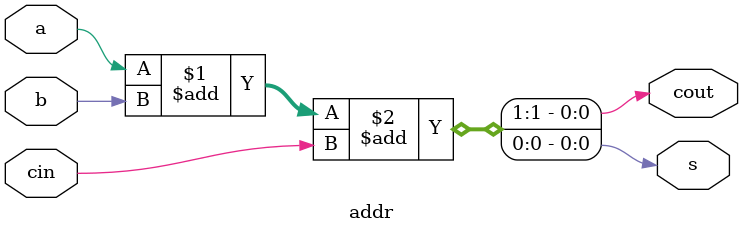
<source format=v>
`timescale 1ns / 1ps
module mul(
    input [33:0] mul1,
    input [33:0] mul2,
    output [67:0] ans
    // output cmp
);
    // wire [67:0]  cmpans;
    // wire [67:0]  A_cmp;
    // wire [67:0]  B_cmp;
    // assign A_cmp = {{34{mul1[33]}},mul1};
    // assign B_cmp = {{34{mul2[33]}},mul2};

    // assign cmpans = A_cmp*B_cmp;
    // assign cmp = cmpans == ans;

    wire [33: 0] A;  
    wire [33: 0] A_w;   
    wire [33: 0] A_2; 
    wire [33: 0] revA;
    wire [33: 0] rev2A;
    wire [33: 0] B;
    wire [33: 0] B_w;
    wire [67: 0] Nsum [16: 0];
    wire [68: 0] Csum [17: 0];
    wire [67: 0] Ssum [17: 0];
    wire [ 2: 0] y[33: 0];
    assign A = mul1;
    assign revA = ~A;
    assign A_2  = ~(A<<1);
    assign rev2A= A_2;
    assign B = mul2;
    genvar i;
    genvar j;
    generate 
        assign y[1] = {B[1],B[0],1'b0};
        for(i=3;i<=33;i=i+2)begin
            assign y[i]= {B[i],B[i-1],B[i-2]};
        end
    endgenerate
    generate 
        for(i=1;i<=17;i=i+1)begin
            assign  Nsum[i-1] = {68{y[2*i-1]==3'b000}} & 68'b0                                          |
                                {68{y[2*i-1]==3'b001}} & {{36-2*i{    A[33]}},    A,{2*i-2{1'b0}}}      |
                                {68{y[2*i-1]==3'b010}} & {{36-2*i{    A[33]}},    A,{2*i-2{1'b0}}}      |
                                {68{y[2*i-1]==3'b011}} & {{36-2*i{    A[33]}},    A,{2*i-1{1'b0}}}      |
                                {68{y[2*i-1]==3'b100}} & {{36-2*i{rev2A[33]}},rev2A,{2*i-2{1'b1}}}      |
                                {68{y[2*i-1]==3'b101}} & {{36-2*i{ revA[33]}}, revA,{2*i-2{1'b1}}}      |
                                {68{y[2*i-1]==3'b110}} & {{36-2*i{ revA[33]}}, revA,{2*i-2{1'b1}}}      |
                                {68{y[2*i-1]==3'b111}} & 68'b0                                          ;
            assign  Csum[i-1][0] = { 1{y[2*i-1]==3'b100}} & 1'b1    |
                                   { 1{y[2*i-1]==3'b101}} & 1'b1    |
                                   { 1{y[2*i-1]==3'b110}} & 1'b1    ;                  
        end
    endgenerate
    assign Csum[17][0] = 1'b0;
    generate 
        for(i=1;i<=68;i=i+1)begin
            addr  addr0(.a(Nsum[  0][i-1]),.b(Nsum[  1][i-1]),.cin(Nsum[  2][i-1]),.s(Ssum[ 0][i-1]),.cout(Csum[ 0][i]));
            addr  addr1(.a(Nsum[  3][i-1]),.b(Nsum[  4][i-1]),.cin(Nsum[  5][i-1]),.s(Ssum[ 1][i-1]),.cout(Csum[ 1][i]));
            addr  addr2(.a(Nsum[  6][i-1]),.b(Nsum[  7][i-1]),.cin(Nsum[  8][i-1]),.s(Ssum[ 2][i-1]),.cout(Csum[ 2][i]));
            addr  addr3(.a(Nsum[  9][i-1]),.b(Nsum[ 10][i-1]),.cin(Nsum[ 11][i-1]),.s(Ssum[ 3][i-1]),.cout(Csum[ 3][i]));
            addr  addr4(.a(Nsum[ 12][i-1]),.b(Nsum[ 13][i-1]),.cin(Nsum[ 14][i-1]),.s(Ssum[ 4][i-1]),.cout(Csum[ 4][i]));
            addr  addr5(.a(Nsum[ 15][i-1]),.b(Nsum[ 16][i-1]),.cin(1'b0          ),.s(Ssum[ 5][i-1]),.cout(Csum[ 5][i]));
            addr  addr6(.a(Ssum[  0][i-1]),.b(Ssum[  1][i-1]),.cin(Ssum[  2][i-1]),.s(Ssum[ 6][i-1]),.cout(Csum[ 6][i]));
            addr  addr7(.a(Ssum[  3][i-1]),.b(Ssum[  4][i-1]),.cin(Ssum[  5][i-1]),.s(Ssum[ 7][i-1]),.cout(Csum[ 7][i]));
            addr  addr8(.a(Csum[  0][i-1]),.b(Csum[  1][i-1]),.cin(Csum[  2][i-1]),.s(Ssum[ 8][i-1]),.cout(Csum[ 8][i]));
            addr  addr9(.a(Csum[  3][i-1]),.b(Csum[  4][i-1]),.cin(Csum[  5][i-1]),.s(Ssum[ 9][i-1]),.cout(Csum[ 9][i]));
            addr addr10(.a(Ssum[  6][i-1]),.b(Ssum[  7][i-1]),.cin(Ssum[  8][i-1]),.s(Ssum[10][i-1]),.cout(Csum[10][i]));
            addr addr11(.a(Ssum[  9][i-1]),.b(Csum[  6][i-1]),.cin(Csum[  7][i-1]),.s(Ssum[11][i-1]),.cout(Csum[11][i]));
            addr addr12(.a(Csum[  8][i-1]),.b(Csum[  9][i-1]),.cin(1'b0          ),.s(Ssum[12][i-1]),.cout(Csum[12][i]));
            addr addr13(.a(Ssum[ 10][i-1]),.b(Ssum[ 11][i-1]),.cin(Ssum[ 12][i-1]),.s(Ssum[13][i-1]),.cout(Csum[13][i]));
            addr addr14(.a(Csum[ 10][i-1]),.b(Csum[ 11][i-1]),.cin(Csum[ 12][i-1]),.s(Ssum[14][i-1]),.cout(Csum[14][i]));
            addr addr15(.a(Ssum[ 13][i-1]),.b(Ssum[ 14][i-1]),.cin(Csum[ 13][i-1]),.s(Ssum[15][i-1]),.cout(Csum[15][i]));
            addr addr16(.a(Ssum[ 15][i-1]),.b(Csum[ 14][i-1]),.cin(Csum[ 15][i-1]),.s(Ssum[16][i-1]),.cout(Csum[16][i]));
        end
    endgenerate
    assign ans = (Ssum[16] + Csum[16]);
endmodule

module addr(
    input a,
    input b,
    input cin,
    output s,
    output cout
);
    assign {cout,s} = a+b+cin;
endmodule
</source>
